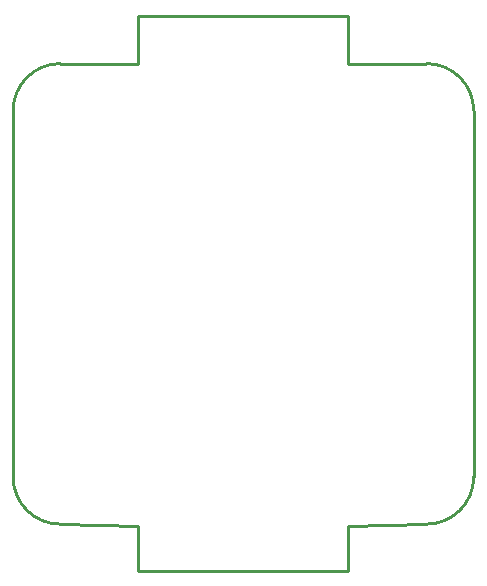
<source format=gko>
G04 ---------------------------- Layer name :KeepOutLayer*
G04 EasyEDA v5.6.15, Sun, 19 Aug 2018 09:15:10 GMT*
G04 20d6072df84a40519853f38576b9eb16*
G04 Gerber Generator version 0.2*
G04 Scale: 100 percent, Rotated: No, Reflected: No *
G04 Dimensions in millimeters *
G04 leading zeros omitted , absolute positions ,3 integer and 3 decimal *
%FSLAX33Y33*%
%MOMM*%
G90*
G71D02*

%ADD10C,0.254000*%
G54D10*
G01X4000Y42926D02*
G01X10604Y42926D01*
G01X10604Y46990D01*
G01X28384Y46990D01*
G01X28384Y42926D01*
G01X35001Y42926D01*
G75*
G01X35000Y42926D02*
G2X39000Y38926I0J-4000D01*
G01*
G01X39001Y38925D02*
G01X39001Y7924D01*
G75*
G01X39000Y7926D02*
G2X35000Y3926I-4000J0D01*
G01*
G01X35001Y3926D02*
G01X28384Y3810D01*
G01X28384Y0D01*
G01X10604Y0D01*
G01X10604Y3810D01*
G01X4000Y3926D01*
G75*
G01X4001Y3926D02*
G2X1Y7926I0J4000D01*
G01*
G01X0Y7924D02*
G01X0Y38925D01*
G75*
G01X1Y38926D02*
G2X4001Y42926I4000J0D01*
G01*

%LPD*%
M00*
M02*

</source>
